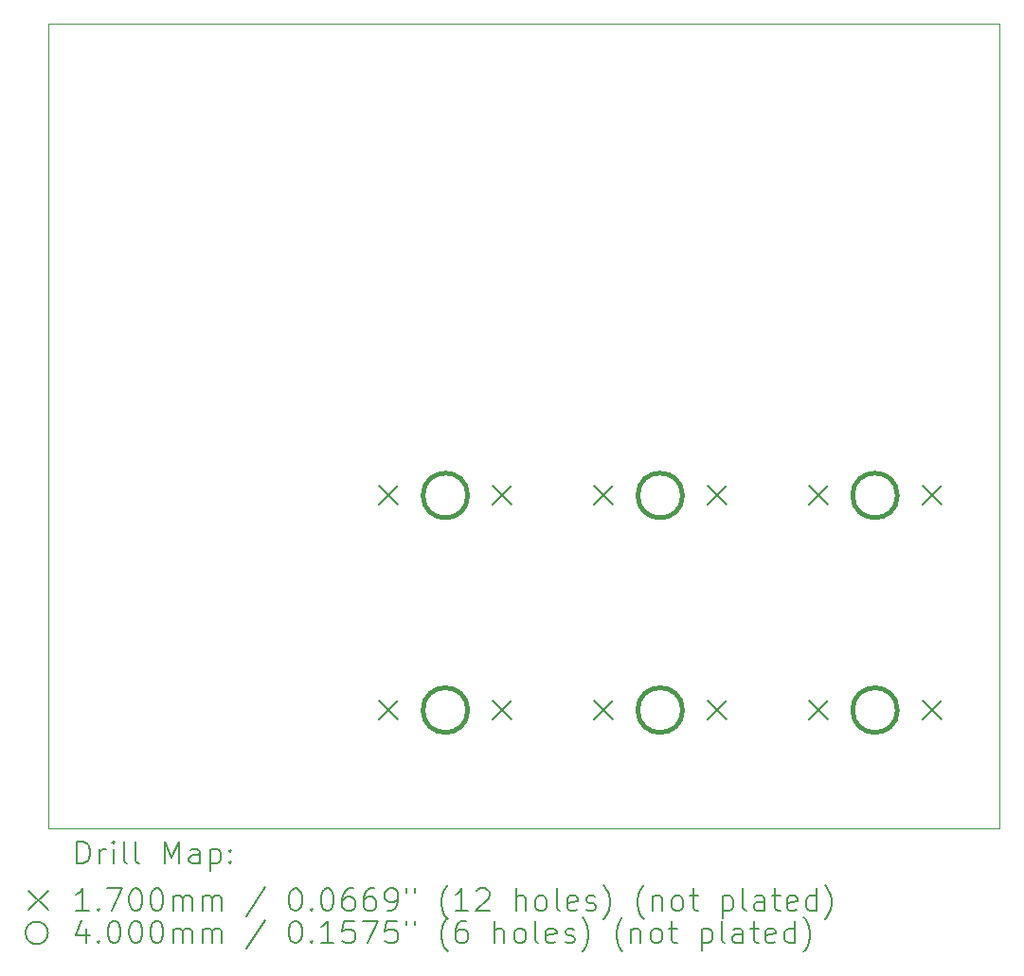
<source format=gbr>
%TF.GenerationSoftware,KiCad,Pcbnew,9.0.6*%
%TF.CreationDate,2025-12-23T15:22:59+08:00*%
%TF.ProjectId,jays-hackpad,6a617973-2d68-4616-936b-7061642e6b69,rev?*%
%TF.SameCoordinates,Original*%
%TF.FileFunction,Drillmap*%
%TF.FilePolarity,Positive*%
%FSLAX45Y45*%
G04 Gerber Fmt 4.5, Leading zero omitted, Abs format (unit mm)*
G04 Created by KiCad (PCBNEW 9.0.6) date 2025-12-23 15:22:59*
%MOMM*%
%LPD*%
G01*
G04 APERTURE LIST*
%ADD10C,0.050000*%
%ADD11C,0.200000*%
%ADD12C,0.170000*%
%ADD13C,0.400000*%
G04 APERTURE END LIST*
D10*
X7700000Y-6070000D02*
X16200000Y-6070000D01*
X16200000Y-13270000D01*
X7700000Y-13270000D01*
X7700000Y-6070000D01*
D11*
D12*
X10657000Y-10205000D02*
X10827000Y-10375000D01*
X10827000Y-10205000D02*
X10657000Y-10375000D01*
X10657000Y-12125000D02*
X10827000Y-12295000D01*
X10827000Y-12125000D02*
X10657000Y-12295000D01*
X11673000Y-10205000D02*
X11843000Y-10375000D01*
X11843000Y-10205000D02*
X11673000Y-10375000D01*
X11673000Y-12125000D02*
X11843000Y-12295000D01*
X11843000Y-12125000D02*
X11673000Y-12295000D01*
X12577000Y-10205000D02*
X12747000Y-10375000D01*
X12747000Y-10205000D02*
X12577000Y-10375000D01*
X12577000Y-12125000D02*
X12747000Y-12295000D01*
X12747000Y-12125000D02*
X12577000Y-12295000D01*
X13593000Y-10205000D02*
X13763000Y-10375000D01*
X13763000Y-10205000D02*
X13593000Y-10375000D01*
X13593000Y-12125000D02*
X13763000Y-12295000D01*
X13763000Y-12125000D02*
X13593000Y-12295000D01*
X14497000Y-10205000D02*
X14667000Y-10375000D01*
X14667000Y-10205000D02*
X14497000Y-10375000D01*
X14497000Y-12125000D02*
X14667000Y-12295000D01*
X14667000Y-12125000D02*
X14497000Y-12295000D01*
X15513000Y-10205000D02*
X15683000Y-10375000D01*
X15683000Y-10205000D02*
X15513000Y-10375000D01*
X15513000Y-12125000D02*
X15683000Y-12295000D01*
X15683000Y-12125000D02*
X15513000Y-12295000D01*
D13*
X11450000Y-10290000D02*
G75*
G02*
X11050000Y-10290000I-200000J0D01*
G01*
X11050000Y-10290000D02*
G75*
G02*
X11450000Y-10290000I200000J0D01*
G01*
X11450000Y-12210000D02*
G75*
G02*
X11050000Y-12210000I-200000J0D01*
G01*
X11050000Y-12210000D02*
G75*
G02*
X11450000Y-12210000I200000J0D01*
G01*
X13370000Y-10290000D02*
G75*
G02*
X12970000Y-10290000I-200000J0D01*
G01*
X12970000Y-10290000D02*
G75*
G02*
X13370000Y-10290000I200000J0D01*
G01*
X13370000Y-12210000D02*
G75*
G02*
X12970000Y-12210000I-200000J0D01*
G01*
X12970000Y-12210000D02*
G75*
G02*
X13370000Y-12210000I200000J0D01*
G01*
X15290000Y-10290000D02*
G75*
G02*
X14890000Y-10290000I-200000J0D01*
G01*
X14890000Y-10290000D02*
G75*
G02*
X15290000Y-10290000I200000J0D01*
G01*
X15290000Y-12210000D02*
G75*
G02*
X14890000Y-12210000I-200000J0D01*
G01*
X14890000Y-12210000D02*
G75*
G02*
X15290000Y-12210000I200000J0D01*
G01*
D11*
X7958277Y-13583984D02*
X7958277Y-13383984D01*
X7958277Y-13383984D02*
X8005896Y-13383984D01*
X8005896Y-13383984D02*
X8034467Y-13393508D01*
X8034467Y-13393508D02*
X8053515Y-13412555D01*
X8053515Y-13412555D02*
X8063039Y-13431603D01*
X8063039Y-13431603D02*
X8072562Y-13469698D01*
X8072562Y-13469698D02*
X8072562Y-13498269D01*
X8072562Y-13498269D02*
X8063039Y-13536365D01*
X8063039Y-13536365D02*
X8053515Y-13555412D01*
X8053515Y-13555412D02*
X8034467Y-13574460D01*
X8034467Y-13574460D02*
X8005896Y-13583984D01*
X8005896Y-13583984D02*
X7958277Y-13583984D01*
X8158277Y-13583984D02*
X8158277Y-13450650D01*
X8158277Y-13488746D02*
X8167801Y-13469698D01*
X8167801Y-13469698D02*
X8177324Y-13460174D01*
X8177324Y-13460174D02*
X8196372Y-13450650D01*
X8196372Y-13450650D02*
X8215420Y-13450650D01*
X8282086Y-13583984D02*
X8282086Y-13450650D01*
X8282086Y-13383984D02*
X8272562Y-13393508D01*
X8272562Y-13393508D02*
X8282086Y-13403031D01*
X8282086Y-13403031D02*
X8291610Y-13393508D01*
X8291610Y-13393508D02*
X8282086Y-13383984D01*
X8282086Y-13383984D02*
X8282086Y-13403031D01*
X8405896Y-13583984D02*
X8386848Y-13574460D01*
X8386848Y-13574460D02*
X8377324Y-13555412D01*
X8377324Y-13555412D02*
X8377324Y-13383984D01*
X8510658Y-13583984D02*
X8491610Y-13574460D01*
X8491610Y-13574460D02*
X8482086Y-13555412D01*
X8482086Y-13555412D02*
X8482086Y-13383984D01*
X8739229Y-13583984D02*
X8739229Y-13383984D01*
X8739229Y-13383984D02*
X8805896Y-13526841D01*
X8805896Y-13526841D02*
X8872563Y-13383984D01*
X8872563Y-13383984D02*
X8872563Y-13583984D01*
X9053515Y-13583984D02*
X9053515Y-13479222D01*
X9053515Y-13479222D02*
X9043991Y-13460174D01*
X9043991Y-13460174D02*
X9024944Y-13450650D01*
X9024944Y-13450650D02*
X8986848Y-13450650D01*
X8986848Y-13450650D02*
X8967801Y-13460174D01*
X9053515Y-13574460D02*
X9034467Y-13583984D01*
X9034467Y-13583984D02*
X8986848Y-13583984D01*
X8986848Y-13583984D02*
X8967801Y-13574460D01*
X8967801Y-13574460D02*
X8958277Y-13555412D01*
X8958277Y-13555412D02*
X8958277Y-13536365D01*
X8958277Y-13536365D02*
X8967801Y-13517317D01*
X8967801Y-13517317D02*
X8986848Y-13507793D01*
X8986848Y-13507793D02*
X9034467Y-13507793D01*
X9034467Y-13507793D02*
X9053515Y-13498269D01*
X9148753Y-13450650D02*
X9148753Y-13650650D01*
X9148753Y-13460174D02*
X9167801Y-13450650D01*
X9167801Y-13450650D02*
X9205896Y-13450650D01*
X9205896Y-13450650D02*
X9224944Y-13460174D01*
X9224944Y-13460174D02*
X9234467Y-13469698D01*
X9234467Y-13469698D02*
X9243991Y-13488746D01*
X9243991Y-13488746D02*
X9243991Y-13545888D01*
X9243991Y-13545888D02*
X9234467Y-13564936D01*
X9234467Y-13564936D02*
X9224944Y-13574460D01*
X9224944Y-13574460D02*
X9205896Y-13583984D01*
X9205896Y-13583984D02*
X9167801Y-13583984D01*
X9167801Y-13583984D02*
X9148753Y-13574460D01*
X9329705Y-13564936D02*
X9339229Y-13574460D01*
X9339229Y-13574460D02*
X9329705Y-13583984D01*
X9329705Y-13583984D02*
X9320182Y-13574460D01*
X9320182Y-13574460D02*
X9329705Y-13564936D01*
X9329705Y-13564936D02*
X9329705Y-13583984D01*
X9329705Y-13460174D02*
X9339229Y-13469698D01*
X9339229Y-13469698D02*
X9329705Y-13479222D01*
X9329705Y-13479222D02*
X9320182Y-13469698D01*
X9320182Y-13469698D02*
X9329705Y-13460174D01*
X9329705Y-13460174D02*
X9329705Y-13479222D01*
D12*
X7527500Y-13827500D02*
X7697500Y-13997500D01*
X7697500Y-13827500D02*
X7527500Y-13997500D01*
D11*
X8063039Y-14003984D02*
X7948753Y-14003984D01*
X8005896Y-14003984D02*
X8005896Y-13803984D01*
X8005896Y-13803984D02*
X7986848Y-13832555D01*
X7986848Y-13832555D02*
X7967801Y-13851603D01*
X7967801Y-13851603D02*
X7948753Y-13861127D01*
X8148753Y-13984936D02*
X8158277Y-13994460D01*
X8158277Y-13994460D02*
X8148753Y-14003984D01*
X8148753Y-14003984D02*
X8139229Y-13994460D01*
X8139229Y-13994460D02*
X8148753Y-13984936D01*
X8148753Y-13984936D02*
X8148753Y-14003984D01*
X8224943Y-13803984D02*
X8358277Y-13803984D01*
X8358277Y-13803984D02*
X8272562Y-14003984D01*
X8472563Y-13803984D02*
X8491610Y-13803984D01*
X8491610Y-13803984D02*
X8510658Y-13813508D01*
X8510658Y-13813508D02*
X8520182Y-13823031D01*
X8520182Y-13823031D02*
X8529705Y-13842079D01*
X8529705Y-13842079D02*
X8539229Y-13880174D01*
X8539229Y-13880174D02*
X8539229Y-13927793D01*
X8539229Y-13927793D02*
X8529705Y-13965888D01*
X8529705Y-13965888D02*
X8520182Y-13984936D01*
X8520182Y-13984936D02*
X8510658Y-13994460D01*
X8510658Y-13994460D02*
X8491610Y-14003984D01*
X8491610Y-14003984D02*
X8472563Y-14003984D01*
X8472563Y-14003984D02*
X8453515Y-13994460D01*
X8453515Y-13994460D02*
X8443991Y-13984936D01*
X8443991Y-13984936D02*
X8434467Y-13965888D01*
X8434467Y-13965888D02*
X8424944Y-13927793D01*
X8424944Y-13927793D02*
X8424944Y-13880174D01*
X8424944Y-13880174D02*
X8434467Y-13842079D01*
X8434467Y-13842079D02*
X8443991Y-13823031D01*
X8443991Y-13823031D02*
X8453515Y-13813508D01*
X8453515Y-13813508D02*
X8472563Y-13803984D01*
X8663039Y-13803984D02*
X8682086Y-13803984D01*
X8682086Y-13803984D02*
X8701134Y-13813508D01*
X8701134Y-13813508D02*
X8710658Y-13823031D01*
X8710658Y-13823031D02*
X8720182Y-13842079D01*
X8720182Y-13842079D02*
X8729705Y-13880174D01*
X8729705Y-13880174D02*
X8729705Y-13927793D01*
X8729705Y-13927793D02*
X8720182Y-13965888D01*
X8720182Y-13965888D02*
X8710658Y-13984936D01*
X8710658Y-13984936D02*
X8701134Y-13994460D01*
X8701134Y-13994460D02*
X8682086Y-14003984D01*
X8682086Y-14003984D02*
X8663039Y-14003984D01*
X8663039Y-14003984D02*
X8643991Y-13994460D01*
X8643991Y-13994460D02*
X8634467Y-13984936D01*
X8634467Y-13984936D02*
X8624944Y-13965888D01*
X8624944Y-13965888D02*
X8615420Y-13927793D01*
X8615420Y-13927793D02*
X8615420Y-13880174D01*
X8615420Y-13880174D02*
X8624944Y-13842079D01*
X8624944Y-13842079D02*
X8634467Y-13823031D01*
X8634467Y-13823031D02*
X8643991Y-13813508D01*
X8643991Y-13813508D02*
X8663039Y-13803984D01*
X8815420Y-14003984D02*
X8815420Y-13870650D01*
X8815420Y-13889698D02*
X8824944Y-13880174D01*
X8824944Y-13880174D02*
X8843991Y-13870650D01*
X8843991Y-13870650D02*
X8872563Y-13870650D01*
X8872563Y-13870650D02*
X8891610Y-13880174D01*
X8891610Y-13880174D02*
X8901134Y-13899222D01*
X8901134Y-13899222D02*
X8901134Y-14003984D01*
X8901134Y-13899222D02*
X8910658Y-13880174D01*
X8910658Y-13880174D02*
X8929705Y-13870650D01*
X8929705Y-13870650D02*
X8958277Y-13870650D01*
X8958277Y-13870650D02*
X8977325Y-13880174D01*
X8977325Y-13880174D02*
X8986848Y-13899222D01*
X8986848Y-13899222D02*
X8986848Y-14003984D01*
X9082086Y-14003984D02*
X9082086Y-13870650D01*
X9082086Y-13889698D02*
X9091610Y-13880174D01*
X9091610Y-13880174D02*
X9110658Y-13870650D01*
X9110658Y-13870650D02*
X9139229Y-13870650D01*
X9139229Y-13870650D02*
X9158277Y-13880174D01*
X9158277Y-13880174D02*
X9167801Y-13899222D01*
X9167801Y-13899222D02*
X9167801Y-14003984D01*
X9167801Y-13899222D02*
X9177325Y-13880174D01*
X9177325Y-13880174D02*
X9196372Y-13870650D01*
X9196372Y-13870650D02*
X9224944Y-13870650D01*
X9224944Y-13870650D02*
X9243991Y-13880174D01*
X9243991Y-13880174D02*
X9253515Y-13899222D01*
X9253515Y-13899222D02*
X9253515Y-14003984D01*
X9643991Y-13794460D02*
X9472563Y-14051603D01*
X9901134Y-13803984D02*
X9920182Y-13803984D01*
X9920182Y-13803984D02*
X9939229Y-13813508D01*
X9939229Y-13813508D02*
X9948753Y-13823031D01*
X9948753Y-13823031D02*
X9958277Y-13842079D01*
X9958277Y-13842079D02*
X9967801Y-13880174D01*
X9967801Y-13880174D02*
X9967801Y-13927793D01*
X9967801Y-13927793D02*
X9958277Y-13965888D01*
X9958277Y-13965888D02*
X9948753Y-13984936D01*
X9948753Y-13984936D02*
X9939229Y-13994460D01*
X9939229Y-13994460D02*
X9920182Y-14003984D01*
X9920182Y-14003984D02*
X9901134Y-14003984D01*
X9901134Y-14003984D02*
X9882087Y-13994460D01*
X9882087Y-13994460D02*
X9872563Y-13984936D01*
X9872563Y-13984936D02*
X9863039Y-13965888D01*
X9863039Y-13965888D02*
X9853515Y-13927793D01*
X9853515Y-13927793D02*
X9853515Y-13880174D01*
X9853515Y-13880174D02*
X9863039Y-13842079D01*
X9863039Y-13842079D02*
X9872563Y-13823031D01*
X9872563Y-13823031D02*
X9882087Y-13813508D01*
X9882087Y-13813508D02*
X9901134Y-13803984D01*
X10053515Y-13984936D02*
X10063039Y-13994460D01*
X10063039Y-13994460D02*
X10053515Y-14003984D01*
X10053515Y-14003984D02*
X10043991Y-13994460D01*
X10043991Y-13994460D02*
X10053515Y-13984936D01*
X10053515Y-13984936D02*
X10053515Y-14003984D01*
X10186848Y-13803984D02*
X10205896Y-13803984D01*
X10205896Y-13803984D02*
X10224944Y-13813508D01*
X10224944Y-13813508D02*
X10234468Y-13823031D01*
X10234468Y-13823031D02*
X10243991Y-13842079D01*
X10243991Y-13842079D02*
X10253515Y-13880174D01*
X10253515Y-13880174D02*
X10253515Y-13927793D01*
X10253515Y-13927793D02*
X10243991Y-13965888D01*
X10243991Y-13965888D02*
X10234468Y-13984936D01*
X10234468Y-13984936D02*
X10224944Y-13994460D01*
X10224944Y-13994460D02*
X10205896Y-14003984D01*
X10205896Y-14003984D02*
X10186848Y-14003984D01*
X10186848Y-14003984D02*
X10167801Y-13994460D01*
X10167801Y-13994460D02*
X10158277Y-13984936D01*
X10158277Y-13984936D02*
X10148753Y-13965888D01*
X10148753Y-13965888D02*
X10139229Y-13927793D01*
X10139229Y-13927793D02*
X10139229Y-13880174D01*
X10139229Y-13880174D02*
X10148753Y-13842079D01*
X10148753Y-13842079D02*
X10158277Y-13823031D01*
X10158277Y-13823031D02*
X10167801Y-13813508D01*
X10167801Y-13813508D02*
X10186848Y-13803984D01*
X10424944Y-13803984D02*
X10386848Y-13803984D01*
X10386848Y-13803984D02*
X10367801Y-13813508D01*
X10367801Y-13813508D02*
X10358277Y-13823031D01*
X10358277Y-13823031D02*
X10339229Y-13851603D01*
X10339229Y-13851603D02*
X10329706Y-13889698D01*
X10329706Y-13889698D02*
X10329706Y-13965888D01*
X10329706Y-13965888D02*
X10339229Y-13984936D01*
X10339229Y-13984936D02*
X10348753Y-13994460D01*
X10348753Y-13994460D02*
X10367801Y-14003984D01*
X10367801Y-14003984D02*
X10405896Y-14003984D01*
X10405896Y-14003984D02*
X10424944Y-13994460D01*
X10424944Y-13994460D02*
X10434468Y-13984936D01*
X10434468Y-13984936D02*
X10443991Y-13965888D01*
X10443991Y-13965888D02*
X10443991Y-13918269D01*
X10443991Y-13918269D02*
X10434468Y-13899222D01*
X10434468Y-13899222D02*
X10424944Y-13889698D01*
X10424944Y-13889698D02*
X10405896Y-13880174D01*
X10405896Y-13880174D02*
X10367801Y-13880174D01*
X10367801Y-13880174D02*
X10348753Y-13889698D01*
X10348753Y-13889698D02*
X10339229Y-13899222D01*
X10339229Y-13899222D02*
X10329706Y-13918269D01*
X10615420Y-13803984D02*
X10577325Y-13803984D01*
X10577325Y-13803984D02*
X10558277Y-13813508D01*
X10558277Y-13813508D02*
X10548753Y-13823031D01*
X10548753Y-13823031D02*
X10529706Y-13851603D01*
X10529706Y-13851603D02*
X10520182Y-13889698D01*
X10520182Y-13889698D02*
X10520182Y-13965888D01*
X10520182Y-13965888D02*
X10529706Y-13984936D01*
X10529706Y-13984936D02*
X10539229Y-13994460D01*
X10539229Y-13994460D02*
X10558277Y-14003984D01*
X10558277Y-14003984D02*
X10596372Y-14003984D01*
X10596372Y-14003984D02*
X10615420Y-13994460D01*
X10615420Y-13994460D02*
X10624944Y-13984936D01*
X10624944Y-13984936D02*
X10634468Y-13965888D01*
X10634468Y-13965888D02*
X10634468Y-13918269D01*
X10634468Y-13918269D02*
X10624944Y-13899222D01*
X10624944Y-13899222D02*
X10615420Y-13889698D01*
X10615420Y-13889698D02*
X10596372Y-13880174D01*
X10596372Y-13880174D02*
X10558277Y-13880174D01*
X10558277Y-13880174D02*
X10539229Y-13889698D01*
X10539229Y-13889698D02*
X10529706Y-13899222D01*
X10529706Y-13899222D02*
X10520182Y-13918269D01*
X10729706Y-14003984D02*
X10767801Y-14003984D01*
X10767801Y-14003984D02*
X10786849Y-13994460D01*
X10786849Y-13994460D02*
X10796372Y-13984936D01*
X10796372Y-13984936D02*
X10815420Y-13956365D01*
X10815420Y-13956365D02*
X10824944Y-13918269D01*
X10824944Y-13918269D02*
X10824944Y-13842079D01*
X10824944Y-13842079D02*
X10815420Y-13823031D01*
X10815420Y-13823031D02*
X10805896Y-13813508D01*
X10805896Y-13813508D02*
X10786849Y-13803984D01*
X10786849Y-13803984D02*
X10748753Y-13803984D01*
X10748753Y-13803984D02*
X10729706Y-13813508D01*
X10729706Y-13813508D02*
X10720182Y-13823031D01*
X10720182Y-13823031D02*
X10710658Y-13842079D01*
X10710658Y-13842079D02*
X10710658Y-13889698D01*
X10710658Y-13889698D02*
X10720182Y-13908746D01*
X10720182Y-13908746D02*
X10729706Y-13918269D01*
X10729706Y-13918269D02*
X10748753Y-13927793D01*
X10748753Y-13927793D02*
X10786849Y-13927793D01*
X10786849Y-13927793D02*
X10805896Y-13918269D01*
X10805896Y-13918269D02*
X10815420Y-13908746D01*
X10815420Y-13908746D02*
X10824944Y-13889698D01*
X10901134Y-13803984D02*
X10901134Y-13842079D01*
X10977325Y-13803984D02*
X10977325Y-13842079D01*
X11272563Y-14080174D02*
X11263039Y-14070650D01*
X11263039Y-14070650D02*
X11243991Y-14042079D01*
X11243991Y-14042079D02*
X11234468Y-14023031D01*
X11234468Y-14023031D02*
X11224944Y-13994460D01*
X11224944Y-13994460D02*
X11215420Y-13946841D01*
X11215420Y-13946841D02*
X11215420Y-13908746D01*
X11215420Y-13908746D02*
X11224944Y-13861127D01*
X11224944Y-13861127D02*
X11234468Y-13832555D01*
X11234468Y-13832555D02*
X11243991Y-13813508D01*
X11243991Y-13813508D02*
X11263039Y-13784936D01*
X11263039Y-13784936D02*
X11272563Y-13775412D01*
X11453515Y-14003984D02*
X11339229Y-14003984D01*
X11396372Y-14003984D02*
X11396372Y-13803984D01*
X11396372Y-13803984D02*
X11377325Y-13832555D01*
X11377325Y-13832555D02*
X11358277Y-13851603D01*
X11358277Y-13851603D02*
X11339229Y-13861127D01*
X11529706Y-13823031D02*
X11539229Y-13813508D01*
X11539229Y-13813508D02*
X11558277Y-13803984D01*
X11558277Y-13803984D02*
X11605896Y-13803984D01*
X11605896Y-13803984D02*
X11624944Y-13813508D01*
X11624944Y-13813508D02*
X11634468Y-13823031D01*
X11634468Y-13823031D02*
X11643991Y-13842079D01*
X11643991Y-13842079D02*
X11643991Y-13861127D01*
X11643991Y-13861127D02*
X11634468Y-13889698D01*
X11634468Y-13889698D02*
X11520182Y-14003984D01*
X11520182Y-14003984D02*
X11643991Y-14003984D01*
X11882087Y-14003984D02*
X11882087Y-13803984D01*
X11967801Y-14003984D02*
X11967801Y-13899222D01*
X11967801Y-13899222D02*
X11958277Y-13880174D01*
X11958277Y-13880174D02*
X11939230Y-13870650D01*
X11939230Y-13870650D02*
X11910658Y-13870650D01*
X11910658Y-13870650D02*
X11891610Y-13880174D01*
X11891610Y-13880174D02*
X11882087Y-13889698D01*
X12091610Y-14003984D02*
X12072563Y-13994460D01*
X12072563Y-13994460D02*
X12063039Y-13984936D01*
X12063039Y-13984936D02*
X12053515Y-13965888D01*
X12053515Y-13965888D02*
X12053515Y-13908746D01*
X12053515Y-13908746D02*
X12063039Y-13889698D01*
X12063039Y-13889698D02*
X12072563Y-13880174D01*
X12072563Y-13880174D02*
X12091610Y-13870650D01*
X12091610Y-13870650D02*
X12120182Y-13870650D01*
X12120182Y-13870650D02*
X12139230Y-13880174D01*
X12139230Y-13880174D02*
X12148753Y-13889698D01*
X12148753Y-13889698D02*
X12158277Y-13908746D01*
X12158277Y-13908746D02*
X12158277Y-13965888D01*
X12158277Y-13965888D02*
X12148753Y-13984936D01*
X12148753Y-13984936D02*
X12139230Y-13994460D01*
X12139230Y-13994460D02*
X12120182Y-14003984D01*
X12120182Y-14003984D02*
X12091610Y-14003984D01*
X12272563Y-14003984D02*
X12253515Y-13994460D01*
X12253515Y-13994460D02*
X12243991Y-13975412D01*
X12243991Y-13975412D02*
X12243991Y-13803984D01*
X12424944Y-13994460D02*
X12405896Y-14003984D01*
X12405896Y-14003984D02*
X12367801Y-14003984D01*
X12367801Y-14003984D02*
X12348753Y-13994460D01*
X12348753Y-13994460D02*
X12339230Y-13975412D01*
X12339230Y-13975412D02*
X12339230Y-13899222D01*
X12339230Y-13899222D02*
X12348753Y-13880174D01*
X12348753Y-13880174D02*
X12367801Y-13870650D01*
X12367801Y-13870650D02*
X12405896Y-13870650D01*
X12405896Y-13870650D02*
X12424944Y-13880174D01*
X12424944Y-13880174D02*
X12434468Y-13899222D01*
X12434468Y-13899222D02*
X12434468Y-13918269D01*
X12434468Y-13918269D02*
X12339230Y-13937317D01*
X12510658Y-13994460D02*
X12529706Y-14003984D01*
X12529706Y-14003984D02*
X12567801Y-14003984D01*
X12567801Y-14003984D02*
X12586849Y-13994460D01*
X12586849Y-13994460D02*
X12596372Y-13975412D01*
X12596372Y-13975412D02*
X12596372Y-13965888D01*
X12596372Y-13965888D02*
X12586849Y-13946841D01*
X12586849Y-13946841D02*
X12567801Y-13937317D01*
X12567801Y-13937317D02*
X12539230Y-13937317D01*
X12539230Y-13937317D02*
X12520182Y-13927793D01*
X12520182Y-13927793D02*
X12510658Y-13908746D01*
X12510658Y-13908746D02*
X12510658Y-13899222D01*
X12510658Y-13899222D02*
X12520182Y-13880174D01*
X12520182Y-13880174D02*
X12539230Y-13870650D01*
X12539230Y-13870650D02*
X12567801Y-13870650D01*
X12567801Y-13870650D02*
X12586849Y-13880174D01*
X12663039Y-14080174D02*
X12672563Y-14070650D01*
X12672563Y-14070650D02*
X12691611Y-14042079D01*
X12691611Y-14042079D02*
X12701134Y-14023031D01*
X12701134Y-14023031D02*
X12710658Y-13994460D01*
X12710658Y-13994460D02*
X12720182Y-13946841D01*
X12720182Y-13946841D02*
X12720182Y-13908746D01*
X12720182Y-13908746D02*
X12710658Y-13861127D01*
X12710658Y-13861127D02*
X12701134Y-13832555D01*
X12701134Y-13832555D02*
X12691611Y-13813508D01*
X12691611Y-13813508D02*
X12672563Y-13784936D01*
X12672563Y-13784936D02*
X12663039Y-13775412D01*
X13024944Y-14080174D02*
X13015420Y-14070650D01*
X13015420Y-14070650D02*
X12996372Y-14042079D01*
X12996372Y-14042079D02*
X12986849Y-14023031D01*
X12986849Y-14023031D02*
X12977325Y-13994460D01*
X12977325Y-13994460D02*
X12967801Y-13946841D01*
X12967801Y-13946841D02*
X12967801Y-13908746D01*
X12967801Y-13908746D02*
X12977325Y-13861127D01*
X12977325Y-13861127D02*
X12986849Y-13832555D01*
X12986849Y-13832555D02*
X12996372Y-13813508D01*
X12996372Y-13813508D02*
X13015420Y-13784936D01*
X13015420Y-13784936D02*
X13024944Y-13775412D01*
X13101134Y-13870650D02*
X13101134Y-14003984D01*
X13101134Y-13889698D02*
X13110658Y-13880174D01*
X13110658Y-13880174D02*
X13129706Y-13870650D01*
X13129706Y-13870650D02*
X13158277Y-13870650D01*
X13158277Y-13870650D02*
X13177325Y-13880174D01*
X13177325Y-13880174D02*
X13186849Y-13899222D01*
X13186849Y-13899222D02*
X13186849Y-14003984D01*
X13310658Y-14003984D02*
X13291611Y-13994460D01*
X13291611Y-13994460D02*
X13282087Y-13984936D01*
X13282087Y-13984936D02*
X13272563Y-13965888D01*
X13272563Y-13965888D02*
X13272563Y-13908746D01*
X13272563Y-13908746D02*
X13282087Y-13889698D01*
X13282087Y-13889698D02*
X13291611Y-13880174D01*
X13291611Y-13880174D02*
X13310658Y-13870650D01*
X13310658Y-13870650D02*
X13339230Y-13870650D01*
X13339230Y-13870650D02*
X13358277Y-13880174D01*
X13358277Y-13880174D02*
X13367801Y-13889698D01*
X13367801Y-13889698D02*
X13377325Y-13908746D01*
X13377325Y-13908746D02*
X13377325Y-13965888D01*
X13377325Y-13965888D02*
X13367801Y-13984936D01*
X13367801Y-13984936D02*
X13358277Y-13994460D01*
X13358277Y-13994460D02*
X13339230Y-14003984D01*
X13339230Y-14003984D02*
X13310658Y-14003984D01*
X13434468Y-13870650D02*
X13510658Y-13870650D01*
X13463039Y-13803984D02*
X13463039Y-13975412D01*
X13463039Y-13975412D02*
X13472563Y-13994460D01*
X13472563Y-13994460D02*
X13491611Y-14003984D01*
X13491611Y-14003984D02*
X13510658Y-14003984D01*
X13729706Y-13870650D02*
X13729706Y-14070650D01*
X13729706Y-13880174D02*
X13748753Y-13870650D01*
X13748753Y-13870650D02*
X13786849Y-13870650D01*
X13786849Y-13870650D02*
X13805896Y-13880174D01*
X13805896Y-13880174D02*
X13815420Y-13889698D01*
X13815420Y-13889698D02*
X13824944Y-13908746D01*
X13824944Y-13908746D02*
X13824944Y-13965888D01*
X13824944Y-13965888D02*
X13815420Y-13984936D01*
X13815420Y-13984936D02*
X13805896Y-13994460D01*
X13805896Y-13994460D02*
X13786849Y-14003984D01*
X13786849Y-14003984D02*
X13748753Y-14003984D01*
X13748753Y-14003984D02*
X13729706Y-13994460D01*
X13939230Y-14003984D02*
X13920182Y-13994460D01*
X13920182Y-13994460D02*
X13910658Y-13975412D01*
X13910658Y-13975412D02*
X13910658Y-13803984D01*
X14101134Y-14003984D02*
X14101134Y-13899222D01*
X14101134Y-13899222D02*
X14091611Y-13880174D01*
X14091611Y-13880174D02*
X14072563Y-13870650D01*
X14072563Y-13870650D02*
X14034468Y-13870650D01*
X14034468Y-13870650D02*
X14015420Y-13880174D01*
X14101134Y-13994460D02*
X14082087Y-14003984D01*
X14082087Y-14003984D02*
X14034468Y-14003984D01*
X14034468Y-14003984D02*
X14015420Y-13994460D01*
X14015420Y-13994460D02*
X14005896Y-13975412D01*
X14005896Y-13975412D02*
X14005896Y-13956365D01*
X14005896Y-13956365D02*
X14015420Y-13937317D01*
X14015420Y-13937317D02*
X14034468Y-13927793D01*
X14034468Y-13927793D02*
X14082087Y-13927793D01*
X14082087Y-13927793D02*
X14101134Y-13918269D01*
X14167801Y-13870650D02*
X14243992Y-13870650D01*
X14196373Y-13803984D02*
X14196373Y-13975412D01*
X14196373Y-13975412D02*
X14205896Y-13994460D01*
X14205896Y-13994460D02*
X14224944Y-14003984D01*
X14224944Y-14003984D02*
X14243992Y-14003984D01*
X14386849Y-13994460D02*
X14367801Y-14003984D01*
X14367801Y-14003984D02*
X14329706Y-14003984D01*
X14329706Y-14003984D02*
X14310658Y-13994460D01*
X14310658Y-13994460D02*
X14301134Y-13975412D01*
X14301134Y-13975412D02*
X14301134Y-13899222D01*
X14301134Y-13899222D02*
X14310658Y-13880174D01*
X14310658Y-13880174D02*
X14329706Y-13870650D01*
X14329706Y-13870650D02*
X14367801Y-13870650D01*
X14367801Y-13870650D02*
X14386849Y-13880174D01*
X14386849Y-13880174D02*
X14396373Y-13899222D01*
X14396373Y-13899222D02*
X14396373Y-13918269D01*
X14396373Y-13918269D02*
X14301134Y-13937317D01*
X14567801Y-14003984D02*
X14567801Y-13803984D01*
X14567801Y-13994460D02*
X14548754Y-14003984D01*
X14548754Y-14003984D02*
X14510658Y-14003984D01*
X14510658Y-14003984D02*
X14491611Y-13994460D01*
X14491611Y-13994460D02*
X14482087Y-13984936D01*
X14482087Y-13984936D02*
X14472563Y-13965888D01*
X14472563Y-13965888D02*
X14472563Y-13908746D01*
X14472563Y-13908746D02*
X14482087Y-13889698D01*
X14482087Y-13889698D02*
X14491611Y-13880174D01*
X14491611Y-13880174D02*
X14510658Y-13870650D01*
X14510658Y-13870650D02*
X14548754Y-13870650D01*
X14548754Y-13870650D02*
X14567801Y-13880174D01*
X14643992Y-14080174D02*
X14653515Y-14070650D01*
X14653515Y-14070650D02*
X14672563Y-14042079D01*
X14672563Y-14042079D02*
X14682087Y-14023031D01*
X14682087Y-14023031D02*
X14691611Y-13994460D01*
X14691611Y-13994460D02*
X14701134Y-13946841D01*
X14701134Y-13946841D02*
X14701134Y-13908746D01*
X14701134Y-13908746D02*
X14691611Y-13861127D01*
X14691611Y-13861127D02*
X14682087Y-13832555D01*
X14682087Y-13832555D02*
X14672563Y-13813508D01*
X14672563Y-13813508D02*
X14653515Y-13784936D01*
X14653515Y-13784936D02*
X14643992Y-13775412D01*
X7697500Y-14202500D02*
G75*
G02*
X7497500Y-14202500I-100000J0D01*
G01*
X7497500Y-14202500D02*
G75*
G02*
X7697500Y-14202500I100000J0D01*
G01*
X8043991Y-14160650D02*
X8043991Y-14293984D01*
X7996372Y-14084460D02*
X7948753Y-14227317D01*
X7948753Y-14227317D02*
X8072562Y-14227317D01*
X8148753Y-14274936D02*
X8158277Y-14284460D01*
X8158277Y-14284460D02*
X8148753Y-14293984D01*
X8148753Y-14293984D02*
X8139229Y-14284460D01*
X8139229Y-14284460D02*
X8148753Y-14274936D01*
X8148753Y-14274936D02*
X8148753Y-14293984D01*
X8282086Y-14093984D02*
X8301134Y-14093984D01*
X8301134Y-14093984D02*
X8320182Y-14103508D01*
X8320182Y-14103508D02*
X8329705Y-14113031D01*
X8329705Y-14113031D02*
X8339229Y-14132079D01*
X8339229Y-14132079D02*
X8348753Y-14170174D01*
X8348753Y-14170174D02*
X8348753Y-14217793D01*
X8348753Y-14217793D02*
X8339229Y-14255888D01*
X8339229Y-14255888D02*
X8329705Y-14274936D01*
X8329705Y-14274936D02*
X8320182Y-14284460D01*
X8320182Y-14284460D02*
X8301134Y-14293984D01*
X8301134Y-14293984D02*
X8282086Y-14293984D01*
X8282086Y-14293984D02*
X8263039Y-14284460D01*
X8263039Y-14284460D02*
X8253515Y-14274936D01*
X8253515Y-14274936D02*
X8243991Y-14255888D01*
X8243991Y-14255888D02*
X8234467Y-14217793D01*
X8234467Y-14217793D02*
X8234467Y-14170174D01*
X8234467Y-14170174D02*
X8243991Y-14132079D01*
X8243991Y-14132079D02*
X8253515Y-14113031D01*
X8253515Y-14113031D02*
X8263039Y-14103508D01*
X8263039Y-14103508D02*
X8282086Y-14093984D01*
X8472563Y-14093984D02*
X8491610Y-14093984D01*
X8491610Y-14093984D02*
X8510658Y-14103508D01*
X8510658Y-14103508D02*
X8520182Y-14113031D01*
X8520182Y-14113031D02*
X8529705Y-14132079D01*
X8529705Y-14132079D02*
X8539229Y-14170174D01*
X8539229Y-14170174D02*
X8539229Y-14217793D01*
X8539229Y-14217793D02*
X8529705Y-14255888D01*
X8529705Y-14255888D02*
X8520182Y-14274936D01*
X8520182Y-14274936D02*
X8510658Y-14284460D01*
X8510658Y-14284460D02*
X8491610Y-14293984D01*
X8491610Y-14293984D02*
X8472563Y-14293984D01*
X8472563Y-14293984D02*
X8453515Y-14284460D01*
X8453515Y-14284460D02*
X8443991Y-14274936D01*
X8443991Y-14274936D02*
X8434467Y-14255888D01*
X8434467Y-14255888D02*
X8424944Y-14217793D01*
X8424944Y-14217793D02*
X8424944Y-14170174D01*
X8424944Y-14170174D02*
X8434467Y-14132079D01*
X8434467Y-14132079D02*
X8443991Y-14113031D01*
X8443991Y-14113031D02*
X8453515Y-14103508D01*
X8453515Y-14103508D02*
X8472563Y-14093984D01*
X8663039Y-14093984D02*
X8682086Y-14093984D01*
X8682086Y-14093984D02*
X8701134Y-14103508D01*
X8701134Y-14103508D02*
X8710658Y-14113031D01*
X8710658Y-14113031D02*
X8720182Y-14132079D01*
X8720182Y-14132079D02*
X8729705Y-14170174D01*
X8729705Y-14170174D02*
X8729705Y-14217793D01*
X8729705Y-14217793D02*
X8720182Y-14255888D01*
X8720182Y-14255888D02*
X8710658Y-14274936D01*
X8710658Y-14274936D02*
X8701134Y-14284460D01*
X8701134Y-14284460D02*
X8682086Y-14293984D01*
X8682086Y-14293984D02*
X8663039Y-14293984D01*
X8663039Y-14293984D02*
X8643991Y-14284460D01*
X8643991Y-14284460D02*
X8634467Y-14274936D01*
X8634467Y-14274936D02*
X8624944Y-14255888D01*
X8624944Y-14255888D02*
X8615420Y-14217793D01*
X8615420Y-14217793D02*
X8615420Y-14170174D01*
X8615420Y-14170174D02*
X8624944Y-14132079D01*
X8624944Y-14132079D02*
X8634467Y-14113031D01*
X8634467Y-14113031D02*
X8643991Y-14103508D01*
X8643991Y-14103508D02*
X8663039Y-14093984D01*
X8815420Y-14293984D02*
X8815420Y-14160650D01*
X8815420Y-14179698D02*
X8824944Y-14170174D01*
X8824944Y-14170174D02*
X8843991Y-14160650D01*
X8843991Y-14160650D02*
X8872563Y-14160650D01*
X8872563Y-14160650D02*
X8891610Y-14170174D01*
X8891610Y-14170174D02*
X8901134Y-14189222D01*
X8901134Y-14189222D02*
X8901134Y-14293984D01*
X8901134Y-14189222D02*
X8910658Y-14170174D01*
X8910658Y-14170174D02*
X8929705Y-14160650D01*
X8929705Y-14160650D02*
X8958277Y-14160650D01*
X8958277Y-14160650D02*
X8977325Y-14170174D01*
X8977325Y-14170174D02*
X8986848Y-14189222D01*
X8986848Y-14189222D02*
X8986848Y-14293984D01*
X9082086Y-14293984D02*
X9082086Y-14160650D01*
X9082086Y-14179698D02*
X9091610Y-14170174D01*
X9091610Y-14170174D02*
X9110658Y-14160650D01*
X9110658Y-14160650D02*
X9139229Y-14160650D01*
X9139229Y-14160650D02*
X9158277Y-14170174D01*
X9158277Y-14170174D02*
X9167801Y-14189222D01*
X9167801Y-14189222D02*
X9167801Y-14293984D01*
X9167801Y-14189222D02*
X9177325Y-14170174D01*
X9177325Y-14170174D02*
X9196372Y-14160650D01*
X9196372Y-14160650D02*
X9224944Y-14160650D01*
X9224944Y-14160650D02*
X9243991Y-14170174D01*
X9243991Y-14170174D02*
X9253515Y-14189222D01*
X9253515Y-14189222D02*
X9253515Y-14293984D01*
X9643991Y-14084460D02*
X9472563Y-14341603D01*
X9901134Y-14093984D02*
X9920182Y-14093984D01*
X9920182Y-14093984D02*
X9939229Y-14103508D01*
X9939229Y-14103508D02*
X9948753Y-14113031D01*
X9948753Y-14113031D02*
X9958277Y-14132079D01*
X9958277Y-14132079D02*
X9967801Y-14170174D01*
X9967801Y-14170174D02*
X9967801Y-14217793D01*
X9967801Y-14217793D02*
X9958277Y-14255888D01*
X9958277Y-14255888D02*
X9948753Y-14274936D01*
X9948753Y-14274936D02*
X9939229Y-14284460D01*
X9939229Y-14284460D02*
X9920182Y-14293984D01*
X9920182Y-14293984D02*
X9901134Y-14293984D01*
X9901134Y-14293984D02*
X9882087Y-14284460D01*
X9882087Y-14284460D02*
X9872563Y-14274936D01*
X9872563Y-14274936D02*
X9863039Y-14255888D01*
X9863039Y-14255888D02*
X9853515Y-14217793D01*
X9853515Y-14217793D02*
X9853515Y-14170174D01*
X9853515Y-14170174D02*
X9863039Y-14132079D01*
X9863039Y-14132079D02*
X9872563Y-14113031D01*
X9872563Y-14113031D02*
X9882087Y-14103508D01*
X9882087Y-14103508D02*
X9901134Y-14093984D01*
X10053515Y-14274936D02*
X10063039Y-14284460D01*
X10063039Y-14284460D02*
X10053515Y-14293984D01*
X10053515Y-14293984D02*
X10043991Y-14284460D01*
X10043991Y-14284460D02*
X10053515Y-14274936D01*
X10053515Y-14274936D02*
X10053515Y-14293984D01*
X10253515Y-14293984D02*
X10139229Y-14293984D01*
X10196372Y-14293984D02*
X10196372Y-14093984D01*
X10196372Y-14093984D02*
X10177325Y-14122555D01*
X10177325Y-14122555D02*
X10158277Y-14141603D01*
X10158277Y-14141603D02*
X10139229Y-14151127D01*
X10434468Y-14093984D02*
X10339229Y-14093984D01*
X10339229Y-14093984D02*
X10329706Y-14189222D01*
X10329706Y-14189222D02*
X10339229Y-14179698D01*
X10339229Y-14179698D02*
X10358277Y-14170174D01*
X10358277Y-14170174D02*
X10405896Y-14170174D01*
X10405896Y-14170174D02*
X10424944Y-14179698D01*
X10424944Y-14179698D02*
X10434468Y-14189222D01*
X10434468Y-14189222D02*
X10443991Y-14208269D01*
X10443991Y-14208269D02*
X10443991Y-14255888D01*
X10443991Y-14255888D02*
X10434468Y-14274936D01*
X10434468Y-14274936D02*
X10424944Y-14284460D01*
X10424944Y-14284460D02*
X10405896Y-14293984D01*
X10405896Y-14293984D02*
X10358277Y-14293984D01*
X10358277Y-14293984D02*
X10339229Y-14284460D01*
X10339229Y-14284460D02*
X10329706Y-14274936D01*
X10510658Y-14093984D02*
X10643991Y-14093984D01*
X10643991Y-14093984D02*
X10558277Y-14293984D01*
X10815420Y-14093984D02*
X10720182Y-14093984D01*
X10720182Y-14093984D02*
X10710658Y-14189222D01*
X10710658Y-14189222D02*
X10720182Y-14179698D01*
X10720182Y-14179698D02*
X10739229Y-14170174D01*
X10739229Y-14170174D02*
X10786849Y-14170174D01*
X10786849Y-14170174D02*
X10805896Y-14179698D01*
X10805896Y-14179698D02*
X10815420Y-14189222D01*
X10815420Y-14189222D02*
X10824944Y-14208269D01*
X10824944Y-14208269D02*
X10824944Y-14255888D01*
X10824944Y-14255888D02*
X10815420Y-14274936D01*
X10815420Y-14274936D02*
X10805896Y-14284460D01*
X10805896Y-14284460D02*
X10786849Y-14293984D01*
X10786849Y-14293984D02*
X10739229Y-14293984D01*
X10739229Y-14293984D02*
X10720182Y-14284460D01*
X10720182Y-14284460D02*
X10710658Y-14274936D01*
X10901134Y-14093984D02*
X10901134Y-14132079D01*
X10977325Y-14093984D02*
X10977325Y-14132079D01*
X11272563Y-14370174D02*
X11263039Y-14360650D01*
X11263039Y-14360650D02*
X11243991Y-14332079D01*
X11243991Y-14332079D02*
X11234468Y-14313031D01*
X11234468Y-14313031D02*
X11224944Y-14284460D01*
X11224944Y-14284460D02*
X11215420Y-14236841D01*
X11215420Y-14236841D02*
X11215420Y-14198746D01*
X11215420Y-14198746D02*
X11224944Y-14151127D01*
X11224944Y-14151127D02*
X11234468Y-14122555D01*
X11234468Y-14122555D02*
X11243991Y-14103508D01*
X11243991Y-14103508D02*
X11263039Y-14074936D01*
X11263039Y-14074936D02*
X11272563Y-14065412D01*
X11434468Y-14093984D02*
X11396372Y-14093984D01*
X11396372Y-14093984D02*
X11377325Y-14103508D01*
X11377325Y-14103508D02*
X11367801Y-14113031D01*
X11367801Y-14113031D02*
X11348753Y-14141603D01*
X11348753Y-14141603D02*
X11339229Y-14179698D01*
X11339229Y-14179698D02*
X11339229Y-14255888D01*
X11339229Y-14255888D02*
X11348753Y-14274936D01*
X11348753Y-14274936D02*
X11358277Y-14284460D01*
X11358277Y-14284460D02*
X11377325Y-14293984D01*
X11377325Y-14293984D02*
X11415420Y-14293984D01*
X11415420Y-14293984D02*
X11434468Y-14284460D01*
X11434468Y-14284460D02*
X11443991Y-14274936D01*
X11443991Y-14274936D02*
X11453515Y-14255888D01*
X11453515Y-14255888D02*
X11453515Y-14208269D01*
X11453515Y-14208269D02*
X11443991Y-14189222D01*
X11443991Y-14189222D02*
X11434468Y-14179698D01*
X11434468Y-14179698D02*
X11415420Y-14170174D01*
X11415420Y-14170174D02*
X11377325Y-14170174D01*
X11377325Y-14170174D02*
X11358277Y-14179698D01*
X11358277Y-14179698D02*
X11348753Y-14189222D01*
X11348753Y-14189222D02*
X11339229Y-14208269D01*
X11691610Y-14293984D02*
X11691610Y-14093984D01*
X11777325Y-14293984D02*
X11777325Y-14189222D01*
X11777325Y-14189222D02*
X11767801Y-14170174D01*
X11767801Y-14170174D02*
X11748753Y-14160650D01*
X11748753Y-14160650D02*
X11720182Y-14160650D01*
X11720182Y-14160650D02*
X11701134Y-14170174D01*
X11701134Y-14170174D02*
X11691610Y-14179698D01*
X11901134Y-14293984D02*
X11882087Y-14284460D01*
X11882087Y-14284460D02*
X11872563Y-14274936D01*
X11872563Y-14274936D02*
X11863039Y-14255888D01*
X11863039Y-14255888D02*
X11863039Y-14198746D01*
X11863039Y-14198746D02*
X11872563Y-14179698D01*
X11872563Y-14179698D02*
X11882087Y-14170174D01*
X11882087Y-14170174D02*
X11901134Y-14160650D01*
X11901134Y-14160650D02*
X11929706Y-14160650D01*
X11929706Y-14160650D02*
X11948753Y-14170174D01*
X11948753Y-14170174D02*
X11958277Y-14179698D01*
X11958277Y-14179698D02*
X11967801Y-14198746D01*
X11967801Y-14198746D02*
X11967801Y-14255888D01*
X11967801Y-14255888D02*
X11958277Y-14274936D01*
X11958277Y-14274936D02*
X11948753Y-14284460D01*
X11948753Y-14284460D02*
X11929706Y-14293984D01*
X11929706Y-14293984D02*
X11901134Y-14293984D01*
X12082087Y-14293984D02*
X12063039Y-14284460D01*
X12063039Y-14284460D02*
X12053515Y-14265412D01*
X12053515Y-14265412D02*
X12053515Y-14093984D01*
X12234468Y-14284460D02*
X12215420Y-14293984D01*
X12215420Y-14293984D02*
X12177325Y-14293984D01*
X12177325Y-14293984D02*
X12158277Y-14284460D01*
X12158277Y-14284460D02*
X12148753Y-14265412D01*
X12148753Y-14265412D02*
X12148753Y-14189222D01*
X12148753Y-14189222D02*
X12158277Y-14170174D01*
X12158277Y-14170174D02*
X12177325Y-14160650D01*
X12177325Y-14160650D02*
X12215420Y-14160650D01*
X12215420Y-14160650D02*
X12234468Y-14170174D01*
X12234468Y-14170174D02*
X12243991Y-14189222D01*
X12243991Y-14189222D02*
X12243991Y-14208269D01*
X12243991Y-14208269D02*
X12148753Y-14227317D01*
X12320182Y-14284460D02*
X12339230Y-14293984D01*
X12339230Y-14293984D02*
X12377325Y-14293984D01*
X12377325Y-14293984D02*
X12396372Y-14284460D01*
X12396372Y-14284460D02*
X12405896Y-14265412D01*
X12405896Y-14265412D02*
X12405896Y-14255888D01*
X12405896Y-14255888D02*
X12396372Y-14236841D01*
X12396372Y-14236841D02*
X12377325Y-14227317D01*
X12377325Y-14227317D02*
X12348753Y-14227317D01*
X12348753Y-14227317D02*
X12329706Y-14217793D01*
X12329706Y-14217793D02*
X12320182Y-14198746D01*
X12320182Y-14198746D02*
X12320182Y-14189222D01*
X12320182Y-14189222D02*
X12329706Y-14170174D01*
X12329706Y-14170174D02*
X12348753Y-14160650D01*
X12348753Y-14160650D02*
X12377325Y-14160650D01*
X12377325Y-14160650D02*
X12396372Y-14170174D01*
X12472563Y-14370174D02*
X12482087Y-14360650D01*
X12482087Y-14360650D02*
X12501134Y-14332079D01*
X12501134Y-14332079D02*
X12510658Y-14313031D01*
X12510658Y-14313031D02*
X12520182Y-14284460D01*
X12520182Y-14284460D02*
X12529706Y-14236841D01*
X12529706Y-14236841D02*
X12529706Y-14198746D01*
X12529706Y-14198746D02*
X12520182Y-14151127D01*
X12520182Y-14151127D02*
X12510658Y-14122555D01*
X12510658Y-14122555D02*
X12501134Y-14103508D01*
X12501134Y-14103508D02*
X12482087Y-14074936D01*
X12482087Y-14074936D02*
X12472563Y-14065412D01*
X12834468Y-14370174D02*
X12824944Y-14360650D01*
X12824944Y-14360650D02*
X12805896Y-14332079D01*
X12805896Y-14332079D02*
X12796372Y-14313031D01*
X12796372Y-14313031D02*
X12786849Y-14284460D01*
X12786849Y-14284460D02*
X12777325Y-14236841D01*
X12777325Y-14236841D02*
X12777325Y-14198746D01*
X12777325Y-14198746D02*
X12786849Y-14151127D01*
X12786849Y-14151127D02*
X12796372Y-14122555D01*
X12796372Y-14122555D02*
X12805896Y-14103508D01*
X12805896Y-14103508D02*
X12824944Y-14074936D01*
X12824944Y-14074936D02*
X12834468Y-14065412D01*
X12910658Y-14160650D02*
X12910658Y-14293984D01*
X12910658Y-14179698D02*
X12920182Y-14170174D01*
X12920182Y-14170174D02*
X12939230Y-14160650D01*
X12939230Y-14160650D02*
X12967801Y-14160650D01*
X12967801Y-14160650D02*
X12986849Y-14170174D01*
X12986849Y-14170174D02*
X12996372Y-14189222D01*
X12996372Y-14189222D02*
X12996372Y-14293984D01*
X13120182Y-14293984D02*
X13101134Y-14284460D01*
X13101134Y-14284460D02*
X13091611Y-14274936D01*
X13091611Y-14274936D02*
X13082087Y-14255888D01*
X13082087Y-14255888D02*
X13082087Y-14198746D01*
X13082087Y-14198746D02*
X13091611Y-14179698D01*
X13091611Y-14179698D02*
X13101134Y-14170174D01*
X13101134Y-14170174D02*
X13120182Y-14160650D01*
X13120182Y-14160650D02*
X13148753Y-14160650D01*
X13148753Y-14160650D02*
X13167801Y-14170174D01*
X13167801Y-14170174D02*
X13177325Y-14179698D01*
X13177325Y-14179698D02*
X13186849Y-14198746D01*
X13186849Y-14198746D02*
X13186849Y-14255888D01*
X13186849Y-14255888D02*
X13177325Y-14274936D01*
X13177325Y-14274936D02*
X13167801Y-14284460D01*
X13167801Y-14284460D02*
X13148753Y-14293984D01*
X13148753Y-14293984D02*
X13120182Y-14293984D01*
X13243992Y-14160650D02*
X13320182Y-14160650D01*
X13272563Y-14093984D02*
X13272563Y-14265412D01*
X13272563Y-14265412D02*
X13282087Y-14284460D01*
X13282087Y-14284460D02*
X13301134Y-14293984D01*
X13301134Y-14293984D02*
X13320182Y-14293984D01*
X13539230Y-14160650D02*
X13539230Y-14360650D01*
X13539230Y-14170174D02*
X13558277Y-14160650D01*
X13558277Y-14160650D02*
X13596373Y-14160650D01*
X13596373Y-14160650D02*
X13615420Y-14170174D01*
X13615420Y-14170174D02*
X13624944Y-14179698D01*
X13624944Y-14179698D02*
X13634468Y-14198746D01*
X13634468Y-14198746D02*
X13634468Y-14255888D01*
X13634468Y-14255888D02*
X13624944Y-14274936D01*
X13624944Y-14274936D02*
X13615420Y-14284460D01*
X13615420Y-14284460D02*
X13596373Y-14293984D01*
X13596373Y-14293984D02*
X13558277Y-14293984D01*
X13558277Y-14293984D02*
X13539230Y-14284460D01*
X13748753Y-14293984D02*
X13729706Y-14284460D01*
X13729706Y-14284460D02*
X13720182Y-14265412D01*
X13720182Y-14265412D02*
X13720182Y-14093984D01*
X13910658Y-14293984D02*
X13910658Y-14189222D01*
X13910658Y-14189222D02*
X13901134Y-14170174D01*
X13901134Y-14170174D02*
X13882087Y-14160650D01*
X13882087Y-14160650D02*
X13843992Y-14160650D01*
X13843992Y-14160650D02*
X13824944Y-14170174D01*
X13910658Y-14284460D02*
X13891611Y-14293984D01*
X13891611Y-14293984D02*
X13843992Y-14293984D01*
X13843992Y-14293984D02*
X13824944Y-14284460D01*
X13824944Y-14284460D02*
X13815420Y-14265412D01*
X13815420Y-14265412D02*
X13815420Y-14246365D01*
X13815420Y-14246365D02*
X13824944Y-14227317D01*
X13824944Y-14227317D02*
X13843992Y-14217793D01*
X13843992Y-14217793D02*
X13891611Y-14217793D01*
X13891611Y-14217793D02*
X13910658Y-14208269D01*
X13977325Y-14160650D02*
X14053515Y-14160650D01*
X14005896Y-14093984D02*
X14005896Y-14265412D01*
X14005896Y-14265412D02*
X14015420Y-14284460D01*
X14015420Y-14284460D02*
X14034468Y-14293984D01*
X14034468Y-14293984D02*
X14053515Y-14293984D01*
X14196373Y-14284460D02*
X14177325Y-14293984D01*
X14177325Y-14293984D02*
X14139230Y-14293984D01*
X14139230Y-14293984D02*
X14120182Y-14284460D01*
X14120182Y-14284460D02*
X14110658Y-14265412D01*
X14110658Y-14265412D02*
X14110658Y-14189222D01*
X14110658Y-14189222D02*
X14120182Y-14170174D01*
X14120182Y-14170174D02*
X14139230Y-14160650D01*
X14139230Y-14160650D02*
X14177325Y-14160650D01*
X14177325Y-14160650D02*
X14196373Y-14170174D01*
X14196373Y-14170174D02*
X14205896Y-14189222D01*
X14205896Y-14189222D02*
X14205896Y-14208269D01*
X14205896Y-14208269D02*
X14110658Y-14227317D01*
X14377325Y-14293984D02*
X14377325Y-14093984D01*
X14377325Y-14284460D02*
X14358277Y-14293984D01*
X14358277Y-14293984D02*
X14320182Y-14293984D01*
X14320182Y-14293984D02*
X14301134Y-14284460D01*
X14301134Y-14284460D02*
X14291611Y-14274936D01*
X14291611Y-14274936D02*
X14282087Y-14255888D01*
X14282087Y-14255888D02*
X14282087Y-14198746D01*
X14282087Y-14198746D02*
X14291611Y-14179698D01*
X14291611Y-14179698D02*
X14301134Y-14170174D01*
X14301134Y-14170174D02*
X14320182Y-14160650D01*
X14320182Y-14160650D02*
X14358277Y-14160650D01*
X14358277Y-14160650D02*
X14377325Y-14170174D01*
X14453515Y-14370174D02*
X14463039Y-14360650D01*
X14463039Y-14360650D02*
X14482087Y-14332079D01*
X14482087Y-14332079D02*
X14491611Y-14313031D01*
X14491611Y-14313031D02*
X14501134Y-14284460D01*
X14501134Y-14284460D02*
X14510658Y-14236841D01*
X14510658Y-14236841D02*
X14510658Y-14198746D01*
X14510658Y-14198746D02*
X14501134Y-14151127D01*
X14501134Y-14151127D02*
X14491611Y-14122555D01*
X14491611Y-14122555D02*
X14482087Y-14103508D01*
X14482087Y-14103508D02*
X14463039Y-14074936D01*
X14463039Y-14074936D02*
X14453515Y-14065412D01*
M02*

</source>
